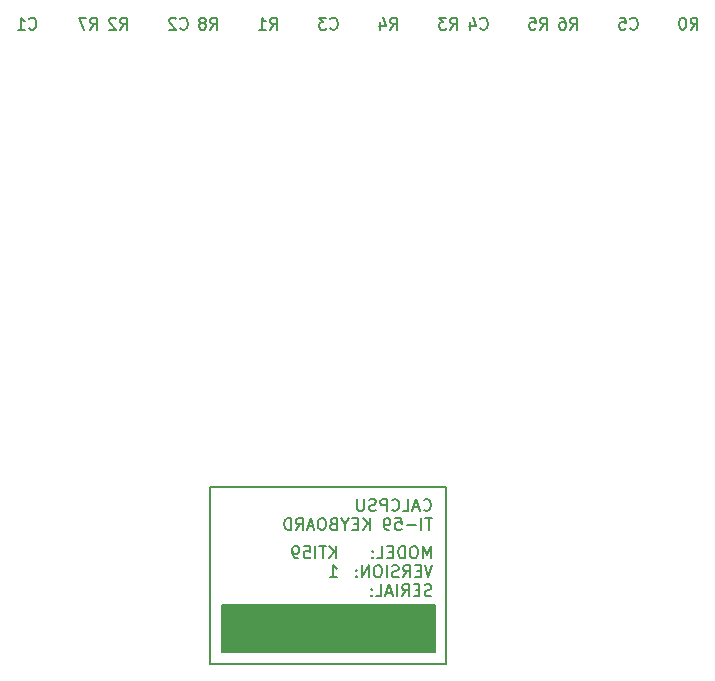
<source format=gbr>
%TF.GenerationSoftware,KiCad,Pcbnew,8.0.4*%
%TF.CreationDate,2024-09-09T09:49:45+10:00*%
%TF.ProjectId,ti59_keyboard,74693539-5f6b-4657-9962-6f6172642e6b,rev?*%
%TF.SameCoordinates,Original*%
%TF.FileFunction,Legend,Bot*%
%TF.FilePolarity,Positive*%
%FSLAX46Y46*%
G04 Gerber Fmt 4.6, Leading zero omitted, Abs format (unit mm)*
G04 Created by KiCad (PCBNEW 8.0.4) date 2024-09-09 09:49:45*
%MOMM*%
%LPD*%
G01*
G04 APERTURE LIST*
%ADD10C,0.150000*%
%ADD11C,0.200000*%
G04 APERTURE END LIST*
D10*
X-10000000Y-43160000D02*
X10000000Y-43160000D01*
X10000000Y-58160000D01*
X-10000000Y-58160000D01*
X-10000000Y-43160000D01*
X-9000000Y-53160000D02*
X9000000Y-53160000D01*
X9000000Y-57160000D01*
X-9000000Y-57160000D01*
X-9000000Y-53160000D01*
G36*
X-9000000Y-53160000D02*
G01*
X9000000Y-53160000D01*
X9000000Y-57160000D01*
X-9000000Y-57160000D01*
X-9000000Y-53160000D01*
G37*
X17946666Y-4454819D02*
X18279999Y-3978628D01*
X18518094Y-4454819D02*
X18518094Y-3454819D01*
X18518094Y-3454819D02*
X18137142Y-3454819D01*
X18137142Y-3454819D02*
X18041904Y-3502438D01*
X18041904Y-3502438D02*
X17994285Y-3550057D01*
X17994285Y-3550057D02*
X17946666Y-3645295D01*
X17946666Y-3645295D02*
X17946666Y-3788152D01*
X17946666Y-3788152D02*
X17994285Y-3883390D01*
X17994285Y-3883390D02*
X18041904Y-3931009D01*
X18041904Y-3931009D02*
X18137142Y-3978628D01*
X18137142Y-3978628D02*
X18518094Y-3978628D01*
X17041904Y-3454819D02*
X17518094Y-3454819D01*
X17518094Y-3454819D02*
X17565713Y-3931009D01*
X17565713Y-3931009D02*
X17518094Y-3883390D01*
X17518094Y-3883390D02*
X17422856Y-3835771D01*
X17422856Y-3835771D02*
X17184761Y-3835771D01*
X17184761Y-3835771D02*
X17089523Y-3883390D01*
X17089523Y-3883390D02*
X17041904Y-3931009D01*
X17041904Y-3931009D02*
X16994285Y-4026247D01*
X16994285Y-4026247D02*
X16994285Y-4264342D01*
X16994285Y-4264342D02*
X17041904Y-4359580D01*
X17041904Y-4359580D02*
X17089523Y-4407200D01*
X17089523Y-4407200D02*
X17184761Y-4454819D01*
X17184761Y-4454819D02*
X17422856Y-4454819D01*
X17422856Y-4454819D02*
X17518094Y-4407200D01*
X17518094Y-4407200D02*
X17565713Y-4359580D01*
X-4933333Y-4454819D02*
X-4600000Y-3978628D01*
X-4361905Y-4454819D02*
X-4361905Y-3454819D01*
X-4361905Y-3454819D02*
X-4742857Y-3454819D01*
X-4742857Y-3454819D02*
X-4838095Y-3502438D01*
X-4838095Y-3502438D02*
X-4885714Y-3550057D01*
X-4885714Y-3550057D02*
X-4933333Y-3645295D01*
X-4933333Y-3645295D02*
X-4933333Y-3788152D01*
X-4933333Y-3788152D02*
X-4885714Y-3883390D01*
X-4885714Y-3883390D02*
X-4838095Y-3931009D01*
X-4838095Y-3931009D02*
X-4742857Y-3978628D01*
X-4742857Y-3978628D02*
X-4361905Y-3978628D01*
X-5885714Y-4454819D02*
X-5314286Y-4454819D01*
X-5600000Y-4454819D02*
X-5600000Y-3454819D01*
X-5600000Y-3454819D02*
X-5504762Y-3597676D01*
X-5504762Y-3597676D02*
X-5409524Y-3692914D01*
X-5409524Y-3692914D02*
X-5314286Y-3740533D01*
X-12533333Y-4359580D02*
X-12485714Y-4407200D01*
X-12485714Y-4407200D02*
X-12342857Y-4454819D01*
X-12342857Y-4454819D02*
X-12247619Y-4454819D01*
X-12247619Y-4454819D02*
X-12104762Y-4407200D01*
X-12104762Y-4407200D02*
X-12009524Y-4311961D01*
X-12009524Y-4311961D02*
X-11961905Y-4216723D01*
X-11961905Y-4216723D02*
X-11914286Y-4026247D01*
X-11914286Y-4026247D02*
X-11914286Y-3883390D01*
X-11914286Y-3883390D02*
X-11961905Y-3692914D01*
X-11961905Y-3692914D02*
X-12009524Y-3597676D01*
X-12009524Y-3597676D02*
X-12104762Y-3502438D01*
X-12104762Y-3502438D02*
X-12247619Y-3454819D01*
X-12247619Y-3454819D02*
X-12342857Y-3454819D01*
X-12342857Y-3454819D02*
X-12485714Y-3502438D01*
X-12485714Y-3502438D02*
X-12533333Y-3550057D01*
X-12914286Y-3550057D02*
X-12961905Y-3502438D01*
X-12961905Y-3502438D02*
X-13057143Y-3454819D01*
X-13057143Y-3454819D02*
X-13295238Y-3454819D01*
X-13295238Y-3454819D02*
X-13390476Y-3502438D01*
X-13390476Y-3502438D02*
X-13438095Y-3550057D01*
X-13438095Y-3550057D02*
X-13485714Y-3645295D01*
X-13485714Y-3645295D02*
X-13485714Y-3740533D01*
X-13485714Y-3740533D02*
X-13438095Y-3883390D01*
X-13438095Y-3883390D02*
X-12866667Y-4454819D01*
X-12866667Y-4454819D02*
X-13485714Y-4454819D01*
X-9993333Y-4454819D02*
X-9660000Y-3978628D01*
X-9421905Y-4454819D02*
X-9421905Y-3454819D01*
X-9421905Y-3454819D02*
X-9802857Y-3454819D01*
X-9802857Y-3454819D02*
X-9898095Y-3502438D01*
X-9898095Y-3502438D02*
X-9945714Y-3550057D01*
X-9945714Y-3550057D02*
X-9993333Y-3645295D01*
X-9993333Y-3645295D02*
X-9993333Y-3788152D01*
X-9993333Y-3788152D02*
X-9945714Y-3883390D01*
X-9945714Y-3883390D02*
X-9898095Y-3931009D01*
X-9898095Y-3931009D02*
X-9802857Y-3978628D01*
X-9802857Y-3978628D02*
X-9421905Y-3978628D01*
X-10564762Y-3883390D02*
X-10469524Y-3835771D01*
X-10469524Y-3835771D02*
X-10421905Y-3788152D01*
X-10421905Y-3788152D02*
X-10374286Y-3692914D01*
X-10374286Y-3692914D02*
X-10374286Y-3645295D01*
X-10374286Y-3645295D02*
X-10421905Y-3550057D01*
X-10421905Y-3550057D02*
X-10469524Y-3502438D01*
X-10469524Y-3502438D02*
X-10564762Y-3454819D01*
X-10564762Y-3454819D02*
X-10755238Y-3454819D01*
X-10755238Y-3454819D02*
X-10850476Y-3502438D01*
X-10850476Y-3502438D02*
X-10898095Y-3550057D01*
X-10898095Y-3550057D02*
X-10945714Y-3645295D01*
X-10945714Y-3645295D02*
X-10945714Y-3692914D01*
X-10945714Y-3692914D02*
X-10898095Y-3788152D01*
X-10898095Y-3788152D02*
X-10850476Y-3835771D01*
X-10850476Y-3835771D02*
X-10755238Y-3883390D01*
X-10755238Y-3883390D02*
X-10564762Y-3883390D01*
X-10564762Y-3883390D02*
X-10469524Y-3931009D01*
X-10469524Y-3931009D02*
X-10421905Y-3978628D01*
X-10421905Y-3978628D02*
X-10374286Y-4073866D01*
X-10374286Y-4073866D02*
X-10374286Y-4264342D01*
X-10374286Y-4264342D02*
X-10421905Y-4359580D01*
X-10421905Y-4359580D02*
X-10469524Y-4407200D01*
X-10469524Y-4407200D02*
X-10564762Y-4454819D01*
X-10564762Y-4454819D02*
X-10755238Y-4454819D01*
X-10755238Y-4454819D02*
X-10850476Y-4407200D01*
X-10850476Y-4407200D02*
X-10898095Y-4359580D01*
X-10898095Y-4359580D02*
X-10945714Y-4264342D01*
X-10945714Y-4264342D02*
X-10945714Y-4073866D01*
X-10945714Y-4073866D02*
X-10898095Y-3978628D01*
X-10898095Y-3978628D02*
X-10850476Y-3931009D01*
X-10850476Y-3931009D02*
X-10755238Y-3883390D01*
D11*
X8058898Y-45101980D02*
X8106517Y-45149600D01*
X8106517Y-45149600D02*
X8249374Y-45197219D01*
X8249374Y-45197219D02*
X8344612Y-45197219D01*
X8344612Y-45197219D02*
X8487469Y-45149600D01*
X8487469Y-45149600D02*
X8582707Y-45054361D01*
X8582707Y-45054361D02*
X8630326Y-44959123D01*
X8630326Y-44959123D02*
X8677945Y-44768647D01*
X8677945Y-44768647D02*
X8677945Y-44625790D01*
X8677945Y-44625790D02*
X8630326Y-44435314D01*
X8630326Y-44435314D02*
X8582707Y-44340076D01*
X8582707Y-44340076D02*
X8487469Y-44244838D01*
X8487469Y-44244838D02*
X8344612Y-44197219D01*
X8344612Y-44197219D02*
X8249374Y-44197219D01*
X8249374Y-44197219D02*
X8106517Y-44244838D01*
X8106517Y-44244838D02*
X8058898Y-44292457D01*
X7677945Y-44911504D02*
X7201755Y-44911504D01*
X7773183Y-45197219D02*
X7439850Y-44197219D01*
X7439850Y-44197219D02*
X7106517Y-45197219D01*
X6296993Y-45197219D02*
X6773183Y-45197219D01*
X6773183Y-45197219D02*
X6773183Y-44197219D01*
X5392231Y-45101980D02*
X5439850Y-45149600D01*
X5439850Y-45149600D02*
X5582707Y-45197219D01*
X5582707Y-45197219D02*
X5677945Y-45197219D01*
X5677945Y-45197219D02*
X5820802Y-45149600D01*
X5820802Y-45149600D02*
X5916040Y-45054361D01*
X5916040Y-45054361D02*
X5963659Y-44959123D01*
X5963659Y-44959123D02*
X6011278Y-44768647D01*
X6011278Y-44768647D02*
X6011278Y-44625790D01*
X6011278Y-44625790D02*
X5963659Y-44435314D01*
X5963659Y-44435314D02*
X5916040Y-44340076D01*
X5916040Y-44340076D02*
X5820802Y-44244838D01*
X5820802Y-44244838D02*
X5677945Y-44197219D01*
X5677945Y-44197219D02*
X5582707Y-44197219D01*
X5582707Y-44197219D02*
X5439850Y-44244838D01*
X5439850Y-44244838D02*
X5392231Y-44292457D01*
X4963659Y-45197219D02*
X4963659Y-44197219D01*
X4963659Y-44197219D02*
X4582707Y-44197219D01*
X4582707Y-44197219D02*
X4487469Y-44244838D01*
X4487469Y-44244838D02*
X4439850Y-44292457D01*
X4439850Y-44292457D02*
X4392231Y-44387695D01*
X4392231Y-44387695D02*
X4392231Y-44530552D01*
X4392231Y-44530552D02*
X4439850Y-44625790D01*
X4439850Y-44625790D02*
X4487469Y-44673409D01*
X4487469Y-44673409D02*
X4582707Y-44721028D01*
X4582707Y-44721028D02*
X4963659Y-44721028D01*
X4011278Y-45149600D02*
X3868421Y-45197219D01*
X3868421Y-45197219D02*
X3630326Y-45197219D01*
X3630326Y-45197219D02*
X3535088Y-45149600D01*
X3535088Y-45149600D02*
X3487469Y-45101980D01*
X3487469Y-45101980D02*
X3439850Y-45006742D01*
X3439850Y-45006742D02*
X3439850Y-44911504D01*
X3439850Y-44911504D02*
X3487469Y-44816266D01*
X3487469Y-44816266D02*
X3535088Y-44768647D01*
X3535088Y-44768647D02*
X3630326Y-44721028D01*
X3630326Y-44721028D02*
X3820802Y-44673409D01*
X3820802Y-44673409D02*
X3916040Y-44625790D01*
X3916040Y-44625790D02*
X3963659Y-44578171D01*
X3963659Y-44578171D02*
X4011278Y-44482933D01*
X4011278Y-44482933D02*
X4011278Y-44387695D01*
X4011278Y-44387695D02*
X3963659Y-44292457D01*
X3963659Y-44292457D02*
X3916040Y-44244838D01*
X3916040Y-44244838D02*
X3820802Y-44197219D01*
X3820802Y-44197219D02*
X3582707Y-44197219D01*
X3582707Y-44197219D02*
X3439850Y-44244838D01*
X3011278Y-44197219D02*
X3011278Y-45006742D01*
X3011278Y-45006742D02*
X2963659Y-45101980D01*
X2963659Y-45101980D02*
X2916040Y-45149600D01*
X2916040Y-45149600D02*
X2820802Y-45197219D01*
X2820802Y-45197219D02*
X2630326Y-45197219D01*
X2630326Y-45197219D02*
X2535088Y-45149600D01*
X2535088Y-45149600D02*
X2487469Y-45101980D01*
X2487469Y-45101980D02*
X2439850Y-45006742D01*
X2439850Y-45006742D02*
X2439850Y-44197219D01*
X8773183Y-45807163D02*
X8201755Y-45807163D01*
X8487469Y-46807163D02*
X8487469Y-45807163D01*
X7868421Y-46807163D02*
X7868421Y-45807163D01*
X7392231Y-46426210D02*
X6630327Y-46426210D01*
X5677946Y-45807163D02*
X6154136Y-45807163D01*
X6154136Y-45807163D02*
X6201755Y-46283353D01*
X6201755Y-46283353D02*
X6154136Y-46235734D01*
X6154136Y-46235734D02*
X6058898Y-46188115D01*
X6058898Y-46188115D02*
X5820803Y-46188115D01*
X5820803Y-46188115D02*
X5725565Y-46235734D01*
X5725565Y-46235734D02*
X5677946Y-46283353D01*
X5677946Y-46283353D02*
X5630327Y-46378591D01*
X5630327Y-46378591D02*
X5630327Y-46616686D01*
X5630327Y-46616686D02*
X5677946Y-46711924D01*
X5677946Y-46711924D02*
X5725565Y-46759544D01*
X5725565Y-46759544D02*
X5820803Y-46807163D01*
X5820803Y-46807163D02*
X6058898Y-46807163D01*
X6058898Y-46807163D02*
X6154136Y-46759544D01*
X6154136Y-46759544D02*
X6201755Y-46711924D01*
X5154136Y-46807163D02*
X4963660Y-46807163D01*
X4963660Y-46807163D02*
X4868422Y-46759544D01*
X4868422Y-46759544D02*
X4820803Y-46711924D01*
X4820803Y-46711924D02*
X4725565Y-46569067D01*
X4725565Y-46569067D02*
X4677946Y-46378591D01*
X4677946Y-46378591D02*
X4677946Y-45997639D01*
X4677946Y-45997639D02*
X4725565Y-45902401D01*
X4725565Y-45902401D02*
X4773184Y-45854782D01*
X4773184Y-45854782D02*
X4868422Y-45807163D01*
X4868422Y-45807163D02*
X5058898Y-45807163D01*
X5058898Y-45807163D02*
X5154136Y-45854782D01*
X5154136Y-45854782D02*
X5201755Y-45902401D01*
X5201755Y-45902401D02*
X5249374Y-45997639D01*
X5249374Y-45997639D02*
X5249374Y-46235734D01*
X5249374Y-46235734D02*
X5201755Y-46330972D01*
X5201755Y-46330972D02*
X5154136Y-46378591D01*
X5154136Y-46378591D02*
X5058898Y-46426210D01*
X5058898Y-46426210D02*
X4868422Y-46426210D01*
X4868422Y-46426210D02*
X4773184Y-46378591D01*
X4773184Y-46378591D02*
X4725565Y-46330972D01*
X4725565Y-46330972D02*
X4677946Y-46235734D01*
X3487469Y-46807163D02*
X3487469Y-45807163D01*
X2916041Y-46807163D02*
X3344612Y-46235734D01*
X2916041Y-45807163D02*
X3487469Y-46378591D01*
X2487469Y-46283353D02*
X2154136Y-46283353D01*
X2011279Y-46807163D02*
X2487469Y-46807163D01*
X2487469Y-46807163D02*
X2487469Y-45807163D01*
X2487469Y-45807163D02*
X2011279Y-45807163D01*
X1392231Y-46330972D02*
X1392231Y-46807163D01*
X1725564Y-45807163D02*
X1392231Y-46330972D01*
X1392231Y-46330972D02*
X1058898Y-45807163D01*
X392231Y-46283353D02*
X249374Y-46330972D01*
X249374Y-46330972D02*
X201755Y-46378591D01*
X201755Y-46378591D02*
X154136Y-46473829D01*
X154136Y-46473829D02*
X154136Y-46616686D01*
X154136Y-46616686D02*
X201755Y-46711924D01*
X201755Y-46711924D02*
X249374Y-46759544D01*
X249374Y-46759544D02*
X344612Y-46807163D01*
X344612Y-46807163D02*
X725564Y-46807163D01*
X725564Y-46807163D02*
X725564Y-45807163D01*
X725564Y-45807163D02*
X392231Y-45807163D01*
X392231Y-45807163D02*
X296993Y-45854782D01*
X296993Y-45854782D02*
X249374Y-45902401D01*
X249374Y-45902401D02*
X201755Y-45997639D01*
X201755Y-45997639D02*
X201755Y-46092877D01*
X201755Y-46092877D02*
X249374Y-46188115D01*
X249374Y-46188115D02*
X296993Y-46235734D01*
X296993Y-46235734D02*
X392231Y-46283353D01*
X392231Y-46283353D02*
X725564Y-46283353D01*
X-464911Y-45807163D02*
X-655387Y-45807163D01*
X-655387Y-45807163D02*
X-750625Y-45854782D01*
X-750625Y-45854782D02*
X-845863Y-45950020D01*
X-845863Y-45950020D02*
X-893482Y-46140496D01*
X-893482Y-46140496D02*
X-893482Y-46473829D01*
X-893482Y-46473829D02*
X-845863Y-46664305D01*
X-845863Y-46664305D02*
X-750625Y-46759544D01*
X-750625Y-46759544D02*
X-655387Y-46807163D01*
X-655387Y-46807163D02*
X-464911Y-46807163D01*
X-464911Y-46807163D02*
X-369673Y-46759544D01*
X-369673Y-46759544D02*
X-274435Y-46664305D01*
X-274435Y-46664305D02*
X-226816Y-46473829D01*
X-226816Y-46473829D02*
X-226816Y-46140496D01*
X-226816Y-46140496D02*
X-274435Y-45950020D01*
X-274435Y-45950020D02*
X-369673Y-45854782D01*
X-369673Y-45854782D02*
X-464911Y-45807163D01*
X-1274435Y-46521448D02*
X-1750625Y-46521448D01*
X-1179197Y-46807163D02*
X-1512530Y-45807163D01*
X-1512530Y-45807163D02*
X-1845863Y-46807163D01*
X-2750625Y-46807163D02*
X-2417292Y-46330972D01*
X-2179197Y-46807163D02*
X-2179197Y-45807163D01*
X-2179197Y-45807163D02*
X-2560149Y-45807163D01*
X-2560149Y-45807163D02*
X-2655387Y-45854782D01*
X-2655387Y-45854782D02*
X-2703006Y-45902401D01*
X-2703006Y-45902401D02*
X-2750625Y-45997639D01*
X-2750625Y-45997639D02*
X-2750625Y-46140496D01*
X-2750625Y-46140496D02*
X-2703006Y-46235734D01*
X-2703006Y-46235734D02*
X-2655387Y-46283353D01*
X-2655387Y-46283353D02*
X-2560149Y-46330972D01*
X-2560149Y-46330972D02*
X-2179197Y-46330972D01*
X-3179197Y-46807163D02*
X-3179197Y-45807163D01*
X-3179197Y-45807163D02*
X-3417292Y-45807163D01*
X-3417292Y-45807163D02*
X-3560149Y-45854782D01*
X-3560149Y-45854782D02*
X-3655387Y-45950020D01*
X-3655387Y-45950020D02*
X-3703006Y-46045258D01*
X-3703006Y-46045258D02*
X-3750625Y-46235734D01*
X-3750625Y-46235734D02*
X-3750625Y-46378591D01*
X-3750625Y-46378591D02*
X-3703006Y-46569067D01*
X-3703006Y-46569067D02*
X-3655387Y-46664305D01*
X-3655387Y-46664305D02*
X-3560149Y-46759544D01*
X-3560149Y-46759544D02*
X-3417292Y-46807163D01*
X-3417292Y-46807163D02*
X-3179197Y-46807163D01*
D10*
X12866666Y-4359580D02*
X12914285Y-4407200D01*
X12914285Y-4407200D02*
X13057142Y-4454819D01*
X13057142Y-4454819D02*
X13152380Y-4454819D01*
X13152380Y-4454819D02*
X13295237Y-4407200D01*
X13295237Y-4407200D02*
X13390475Y-4311961D01*
X13390475Y-4311961D02*
X13438094Y-4216723D01*
X13438094Y-4216723D02*
X13485713Y-4026247D01*
X13485713Y-4026247D02*
X13485713Y-3883390D01*
X13485713Y-3883390D02*
X13438094Y-3692914D01*
X13438094Y-3692914D02*
X13390475Y-3597676D01*
X13390475Y-3597676D02*
X13295237Y-3502438D01*
X13295237Y-3502438D02*
X13152380Y-3454819D01*
X13152380Y-3454819D02*
X13057142Y-3454819D01*
X13057142Y-3454819D02*
X12914285Y-3502438D01*
X12914285Y-3502438D02*
X12866666Y-3550057D01*
X12009523Y-3788152D02*
X12009523Y-4454819D01*
X12247618Y-3407200D02*
X12485713Y-4121485D01*
X12485713Y-4121485D02*
X11866666Y-4121485D01*
X25566666Y-4359580D02*
X25614285Y-4407200D01*
X25614285Y-4407200D02*
X25757142Y-4454819D01*
X25757142Y-4454819D02*
X25852380Y-4454819D01*
X25852380Y-4454819D02*
X25995237Y-4407200D01*
X25995237Y-4407200D02*
X26090475Y-4311961D01*
X26090475Y-4311961D02*
X26138094Y-4216723D01*
X26138094Y-4216723D02*
X26185713Y-4026247D01*
X26185713Y-4026247D02*
X26185713Y-3883390D01*
X26185713Y-3883390D02*
X26138094Y-3692914D01*
X26138094Y-3692914D02*
X26090475Y-3597676D01*
X26090475Y-3597676D02*
X25995237Y-3502438D01*
X25995237Y-3502438D02*
X25852380Y-3454819D01*
X25852380Y-3454819D02*
X25757142Y-3454819D01*
X25757142Y-3454819D02*
X25614285Y-3502438D01*
X25614285Y-3502438D02*
X25566666Y-3550057D01*
X24661904Y-3454819D02*
X25138094Y-3454819D01*
X25138094Y-3454819D02*
X25185713Y-3931009D01*
X25185713Y-3931009D02*
X25138094Y-3883390D01*
X25138094Y-3883390D02*
X25042856Y-3835771D01*
X25042856Y-3835771D02*
X24804761Y-3835771D01*
X24804761Y-3835771D02*
X24709523Y-3883390D01*
X24709523Y-3883390D02*
X24661904Y-3931009D01*
X24661904Y-3931009D02*
X24614285Y-4026247D01*
X24614285Y-4026247D02*
X24614285Y-4264342D01*
X24614285Y-4264342D02*
X24661904Y-4359580D01*
X24661904Y-4359580D02*
X24709523Y-4407200D01*
X24709523Y-4407200D02*
X24804761Y-4454819D01*
X24804761Y-4454819D02*
X25042856Y-4454819D01*
X25042856Y-4454819D02*
X25138094Y-4407200D01*
X25138094Y-4407200D02*
X25185713Y-4359580D01*
X10326666Y-4454819D02*
X10659999Y-3978628D01*
X10898094Y-4454819D02*
X10898094Y-3454819D01*
X10898094Y-3454819D02*
X10517142Y-3454819D01*
X10517142Y-3454819D02*
X10421904Y-3502438D01*
X10421904Y-3502438D02*
X10374285Y-3550057D01*
X10374285Y-3550057D02*
X10326666Y-3645295D01*
X10326666Y-3645295D02*
X10326666Y-3788152D01*
X10326666Y-3788152D02*
X10374285Y-3883390D01*
X10374285Y-3883390D02*
X10421904Y-3931009D01*
X10421904Y-3931009D02*
X10517142Y-3978628D01*
X10517142Y-3978628D02*
X10898094Y-3978628D01*
X9993332Y-3454819D02*
X9374285Y-3454819D01*
X9374285Y-3454819D02*
X9707618Y-3835771D01*
X9707618Y-3835771D02*
X9564761Y-3835771D01*
X9564761Y-3835771D02*
X9469523Y-3883390D01*
X9469523Y-3883390D02*
X9421904Y-3931009D01*
X9421904Y-3931009D02*
X9374285Y-4026247D01*
X9374285Y-4026247D02*
X9374285Y-4264342D01*
X9374285Y-4264342D02*
X9421904Y-4359580D01*
X9421904Y-4359580D02*
X9469523Y-4407200D01*
X9469523Y-4407200D02*
X9564761Y-4454819D01*
X9564761Y-4454819D02*
X9850475Y-4454819D01*
X9850475Y-4454819D02*
X9945713Y-4407200D01*
X9945713Y-4407200D02*
X9993332Y-4359580D01*
X20486666Y-4454819D02*
X20819999Y-3978628D01*
X21058094Y-4454819D02*
X21058094Y-3454819D01*
X21058094Y-3454819D02*
X20677142Y-3454819D01*
X20677142Y-3454819D02*
X20581904Y-3502438D01*
X20581904Y-3502438D02*
X20534285Y-3550057D01*
X20534285Y-3550057D02*
X20486666Y-3645295D01*
X20486666Y-3645295D02*
X20486666Y-3788152D01*
X20486666Y-3788152D02*
X20534285Y-3883390D01*
X20534285Y-3883390D02*
X20581904Y-3931009D01*
X20581904Y-3931009D02*
X20677142Y-3978628D01*
X20677142Y-3978628D02*
X21058094Y-3978628D01*
X19629523Y-3454819D02*
X19819999Y-3454819D01*
X19819999Y-3454819D02*
X19915237Y-3502438D01*
X19915237Y-3502438D02*
X19962856Y-3550057D01*
X19962856Y-3550057D02*
X20058094Y-3692914D01*
X20058094Y-3692914D02*
X20105713Y-3883390D01*
X20105713Y-3883390D02*
X20105713Y-4264342D01*
X20105713Y-4264342D02*
X20058094Y-4359580D01*
X20058094Y-4359580D02*
X20010475Y-4407200D01*
X20010475Y-4407200D02*
X19915237Y-4454819D01*
X19915237Y-4454819D02*
X19724761Y-4454819D01*
X19724761Y-4454819D02*
X19629523Y-4407200D01*
X19629523Y-4407200D02*
X19581904Y-4359580D01*
X19581904Y-4359580D02*
X19534285Y-4264342D01*
X19534285Y-4264342D02*
X19534285Y-4026247D01*
X19534285Y-4026247D02*
X19581904Y-3931009D01*
X19581904Y-3931009D02*
X19629523Y-3883390D01*
X19629523Y-3883390D02*
X19724761Y-3835771D01*
X19724761Y-3835771D02*
X19915237Y-3835771D01*
X19915237Y-3835771D02*
X20010475Y-3883390D01*
X20010475Y-3883390D02*
X20058094Y-3931009D01*
X20058094Y-3931009D02*
X20105713Y-4026247D01*
X-20153333Y-4454819D02*
X-19820000Y-3978628D01*
X-19581905Y-4454819D02*
X-19581905Y-3454819D01*
X-19581905Y-3454819D02*
X-19962857Y-3454819D01*
X-19962857Y-3454819D02*
X-20058095Y-3502438D01*
X-20058095Y-3502438D02*
X-20105714Y-3550057D01*
X-20105714Y-3550057D02*
X-20153333Y-3645295D01*
X-20153333Y-3645295D02*
X-20153333Y-3788152D01*
X-20153333Y-3788152D02*
X-20105714Y-3883390D01*
X-20105714Y-3883390D02*
X-20058095Y-3931009D01*
X-20058095Y-3931009D02*
X-19962857Y-3978628D01*
X-19962857Y-3978628D02*
X-19581905Y-3978628D01*
X-20486667Y-3454819D02*
X-21153333Y-3454819D01*
X-21153333Y-3454819D02*
X-20724762Y-4454819D01*
X-17613333Y-4454819D02*
X-17280000Y-3978628D01*
X-17041905Y-4454819D02*
X-17041905Y-3454819D01*
X-17041905Y-3454819D02*
X-17422857Y-3454819D01*
X-17422857Y-3454819D02*
X-17518095Y-3502438D01*
X-17518095Y-3502438D02*
X-17565714Y-3550057D01*
X-17565714Y-3550057D02*
X-17613333Y-3645295D01*
X-17613333Y-3645295D02*
X-17613333Y-3788152D01*
X-17613333Y-3788152D02*
X-17565714Y-3883390D01*
X-17565714Y-3883390D02*
X-17518095Y-3931009D01*
X-17518095Y-3931009D02*
X-17422857Y-3978628D01*
X-17422857Y-3978628D02*
X-17041905Y-3978628D01*
X-17994286Y-3550057D02*
X-18041905Y-3502438D01*
X-18041905Y-3502438D02*
X-18137143Y-3454819D01*
X-18137143Y-3454819D02*
X-18375238Y-3454819D01*
X-18375238Y-3454819D02*
X-18470476Y-3502438D01*
X-18470476Y-3502438D02*
X-18518095Y-3550057D01*
X-18518095Y-3550057D02*
X-18565714Y-3645295D01*
X-18565714Y-3645295D02*
X-18565714Y-3740533D01*
X-18565714Y-3740533D02*
X-18518095Y-3883390D01*
X-18518095Y-3883390D02*
X-17946667Y-4454819D01*
X-17946667Y-4454819D02*
X-18565714Y-4454819D01*
X166666Y-4359580D02*
X214285Y-4407200D01*
X214285Y-4407200D02*
X357142Y-4454819D01*
X357142Y-4454819D02*
X452380Y-4454819D01*
X452380Y-4454819D02*
X595237Y-4407200D01*
X595237Y-4407200D02*
X690475Y-4311961D01*
X690475Y-4311961D02*
X738094Y-4216723D01*
X738094Y-4216723D02*
X785713Y-4026247D01*
X785713Y-4026247D02*
X785713Y-3883390D01*
X785713Y-3883390D02*
X738094Y-3692914D01*
X738094Y-3692914D02*
X690475Y-3597676D01*
X690475Y-3597676D02*
X595237Y-3502438D01*
X595237Y-3502438D02*
X452380Y-3454819D01*
X452380Y-3454819D02*
X357142Y-3454819D01*
X357142Y-3454819D02*
X214285Y-3502438D01*
X214285Y-3502438D02*
X166666Y-3550057D01*
X-166667Y-3454819D02*
X-785714Y-3454819D01*
X-785714Y-3454819D02*
X-452381Y-3835771D01*
X-452381Y-3835771D02*
X-595238Y-3835771D01*
X-595238Y-3835771D02*
X-690476Y-3883390D01*
X-690476Y-3883390D02*
X-738095Y-3931009D01*
X-738095Y-3931009D02*
X-785714Y-4026247D01*
X-785714Y-4026247D02*
X-785714Y-4264342D01*
X-785714Y-4264342D02*
X-738095Y-4359580D01*
X-738095Y-4359580D02*
X-690476Y-4407200D01*
X-690476Y-4407200D02*
X-595238Y-4454819D01*
X-595238Y-4454819D02*
X-309524Y-4454819D01*
X-309524Y-4454819D02*
X-214286Y-4407200D01*
X-214286Y-4407200D02*
X-166667Y-4359580D01*
X30666666Y-4454819D02*
X30999999Y-3978628D01*
X31238094Y-4454819D02*
X31238094Y-3454819D01*
X31238094Y-3454819D02*
X30857142Y-3454819D01*
X30857142Y-3454819D02*
X30761904Y-3502438D01*
X30761904Y-3502438D02*
X30714285Y-3550057D01*
X30714285Y-3550057D02*
X30666666Y-3645295D01*
X30666666Y-3645295D02*
X30666666Y-3788152D01*
X30666666Y-3788152D02*
X30714285Y-3883390D01*
X30714285Y-3883390D02*
X30761904Y-3931009D01*
X30761904Y-3931009D02*
X30857142Y-3978628D01*
X30857142Y-3978628D02*
X31238094Y-3978628D01*
X30047618Y-3454819D02*
X29952380Y-3454819D01*
X29952380Y-3454819D02*
X29857142Y-3502438D01*
X29857142Y-3502438D02*
X29809523Y-3550057D01*
X29809523Y-3550057D02*
X29761904Y-3645295D01*
X29761904Y-3645295D02*
X29714285Y-3835771D01*
X29714285Y-3835771D02*
X29714285Y-4073866D01*
X29714285Y-4073866D02*
X29761904Y-4264342D01*
X29761904Y-4264342D02*
X29809523Y-4359580D01*
X29809523Y-4359580D02*
X29857142Y-4407200D01*
X29857142Y-4407200D02*
X29952380Y-4454819D01*
X29952380Y-4454819D02*
X30047618Y-4454819D01*
X30047618Y-4454819D02*
X30142856Y-4407200D01*
X30142856Y-4407200D02*
X30190475Y-4359580D01*
X30190475Y-4359580D02*
X30238094Y-4264342D01*
X30238094Y-4264342D02*
X30285713Y-4073866D01*
X30285713Y-4073866D02*
X30285713Y-3835771D01*
X30285713Y-3835771D02*
X30238094Y-3645295D01*
X30238094Y-3645295D02*
X30190475Y-3550057D01*
X30190475Y-3550057D02*
X30142856Y-3502438D01*
X30142856Y-3502438D02*
X30047618Y-3454819D01*
X5246666Y-4454819D02*
X5579999Y-3978628D01*
X5818094Y-4454819D02*
X5818094Y-3454819D01*
X5818094Y-3454819D02*
X5437142Y-3454819D01*
X5437142Y-3454819D02*
X5341904Y-3502438D01*
X5341904Y-3502438D02*
X5294285Y-3550057D01*
X5294285Y-3550057D02*
X5246666Y-3645295D01*
X5246666Y-3645295D02*
X5246666Y-3788152D01*
X5246666Y-3788152D02*
X5294285Y-3883390D01*
X5294285Y-3883390D02*
X5341904Y-3931009D01*
X5341904Y-3931009D02*
X5437142Y-3978628D01*
X5437142Y-3978628D02*
X5818094Y-3978628D01*
X4389523Y-3788152D02*
X4389523Y-4454819D01*
X4627618Y-3407200D02*
X4865713Y-4121485D01*
X4865713Y-4121485D02*
X4246666Y-4121485D01*
X8663220Y-49199819D02*
X8663220Y-48199819D01*
X8663220Y-48199819D02*
X8329887Y-48914104D01*
X8329887Y-48914104D02*
X7996554Y-48199819D01*
X7996554Y-48199819D02*
X7996554Y-49199819D01*
X7329887Y-48199819D02*
X7139411Y-48199819D01*
X7139411Y-48199819D02*
X7044173Y-48247438D01*
X7044173Y-48247438D02*
X6948935Y-48342676D01*
X6948935Y-48342676D02*
X6901316Y-48533152D01*
X6901316Y-48533152D02*
X6901316Y-48866485D01*
X6901316Y-48866485D02*
X6948935Y-49056961D01*
X6948935Y-49056961D02*
X7044173Y-49152200D01*
X7044173Y-49152200D02*
X7139411Y-49199819D01*
X7139411Y-49199819D02*
X7329887Y-49199819D01*
X7329887Y-49199819D02*
X7425125Y-49152200D01*
X7425125Y-49152200D02*
X7520363Y-49056961D01*
X7520363Y-49056961D02*
X7567982Y-48866485D01*
X7567982Y-48866485D02*
X7567982Y-48533152D01*
X7567982Y-48533152D02*
X7520363Y-48342676D01*
X7520363Y-48342676D02*
X7425125Y-48247438D01*
X7425125Y-48247438D02*
X7329887Y-48199819D01*
X6472744Y-49199819D02*
X6472744Y-48199819D01*
X6472744Y-48199819D02*
X6234649Y-48199819D01*
X6234649Y-48199819D02*
X6091792Y-48247438D01*
X6091792Y-48247438D02*
X5996554Y-48342676D01*
X5996554Y-48342676D02*
X5948935Y-48437914D01*
X5948935Y-48437914D02*
X5901316Y-48628390D01*
X5901316Y-48628390D02*
X5901316Y-48771247D01*
X5901316Y-48771247D02*
X5948935Y-48961723D01*
X5948935Y-48961723D02*
X5996554Y-49056961D01*
X5996554Y-49056961D02*
X6091792Y-49152200D01*
X6091792Y-49152200D02*
X6234649Y-49199819D01*
X6234649Y-49199819D02*
X6472744Y-49199819D01*
X5472744Y-48676009D02*
X5139411Y-48676009D01*
X4996554Y-49199819D02*
X5472744Y-49199819D01*
X5472744Y-49199819D02*
X5472744Y-48199819D01*
X5472744Y-48199819D02*
X4996554Y-48199819D01*
X4091792Y-49199819D02*
X4567982Y-49199819D01*
X4567982Y-49199819D02*
X4567982Y-48199819D01*
X3758458Y-49104580D02*
X3710839Y-49152200D01*
X3710839Y-49152200D02*
X3758458Y-49199819D01*
X3758458Y-49199819D02*
X3806077Y-49152200D01*
X3806077Y-49152200D02*
X3758458Y-49104580D01*
X3758458Y-49104580D02*
X3758458Y-49199819D01*
X3758458Y-48580771D02*
X3710839Y-48628390D01*
X3710839Y-48628390D02*
X3758458Y-48676009D01*
X3758458Y-48676009D02*
X3806077Y-48628390D01*
X3806077Y-48628390D02*
X3758458Y-48580771D01*
X3758458Y-48580771D02*
X3758458Y-48676009D01*
X8806077Y-49809763D02*
X8472744Y-50809763D01*
X8472744Y-50809763D02*
X8139411Y-49809763D01*
X7806077Y-50285953D02*
X7472744Y-50285953D01*
X7329887Y-50809763D02*
X7806077Y-50809763D01*
X7806077Y-50809763D02*
X7806077Y-49809763D01*
X7806077Y-49809763D02*
X7329887Y-49809763D01*
X6329887Y-50809763D02*
X6663220Y-50333572D01*
X6901315Y-50809763D02*
X6901315Y-49809763D01*
X6901315Y-49809763D02*
X6520363Y-49809763D01*
X6520363Y-49809763D02*
X6425125Y-49857382D01*
X6425125Y-49857382D02*
X6377506Y-49905001D01*
X6377506Y-49905001D02*
X6329887Y-50000239D01*
X6329887Y-50000239D02*
X6329887Y-50143096D01*
X6329887Y-50143096D02*
X6377506Y-50238334D01*
X6377506Y-50238334D02*
X6425125Y-50285953D01*
X6425125Y-50285953D02*
X6520363Y-50333572D01*
X6520363Y-50333572D02*
X6901315Y-50333572D01*
X5948934Y-50762144D02*
X5806077Y-50809763D01*
X5806077Y-50809763D02*
X5567982Y-50809763D01*
X5567982Y-50809763D02*
X5472744Y-50762144D01*
X5472744Y-50762144D02*
X5425125Y-50714524D01*
X5425125Y-50714524D02*
X5377506Y-50619286D01*
X5377506Y-50619286D02*
X5377506Y-50524048D01*
X5377506Y-50524048D02*
X5425125Y-50428810D01*
X5425125Y-50428810D02*
X5472744Y-50381191D01*
X5472744Y-50381191D02*
X5567982Y-50333572D01*
X5567982Y-50333572D02*
X5758458Y-50285953D01*
X5758458Y-50285953D02*
X5853696Y-50238334D01*
X5853696Y-50238334D02*
X5901315Y-50190715D01*
X5901315Y-50190715D02*
X5948934Y-50095477D01*
X5948934Y-50095477D02*
X5948934Y-50000239D01*
X5948934Y-50000239D02*
X5901315Y-49905001D01*
X5901315Y-49905001D02*
X5853696Y-49857382D01*
X5853696Y-49857382D02*
X5758458Y-49809763D01*
X5758458Y-49809763D02*
X5520363Y-49809763D01*
X5520363Y-49809763D02*
X5377506Y-49857382D01*
X4948934Y-50809763D02*
X4948934Y-49809763D01*
X4282268Y-49809763D02*
X4091792Y-49809763D01*
X4091792Y-49809763D02*
X3996554Y-49857382D01*
X3996554Y-49857382D02*
X3901316Y-49952620D01*
X3901316Y-49952620D02*
X3853697Y-50143096D01*
X3853697Y-50143096D02*
X3853697Y-50476429D01*
X3853697Y-50476429D02*
X3901316Y-50666905D01*
X3901316Y-50666905D02*
X3996554Y-50762144D01*
X3996554Y-50762144D02*
X4091792Y-50809763D01*
X4091792Y-50809763D02*
X4282268Y-50809763D01*
X4282268Y-50809763D02*
X4377506Y-50762144D01*
X4377506Y-50762144D02*
X4472744Y-50666905D01*
X4472744Y-50666905D02*
X4520363Y-50476429D01*
X4520363Y-50476429D02*
X4520363Y-50143096D01*
X4520363Y-50143096D02*
X4472744Y-49952620D01*
X4472744Y-49952620D02*
X4377506Y-49857382D01*
X4377506Y-49857382D02*
X4282268Y-49809763D01*
X3425125Y-50809763D02*
X3425125Y-49809763D01*
X3425125Y-49809763D02*
X2853697Y-50809763D01*
X2853697Y-50809763D02*
X2853697Y-49809763D01*
X2377506Y-50714524D02*
X2329887Y-50762144D01*
X2329887Y-50762144D02*
X2377506Y-50809763D01*
X2377506Y-50809763D02*
X2425125Y-50762144D01*
X2425125Y-50762144D02*
X2377506Y-50714524D01*
X2377506Y-50714524D02*
X2377506Y-50809763D01*
X2377506Y-50190715D02*
X2329887Y-50238334D01*
X2329887Y-50238334D02*
X2377506Y-50285953D01*
X2377506Y-50285953D02*
X2425125Y-50238334D01*
X2425125Y-50238334D02*
X2377506Y-50190715D01*
X2377506Y-50190715D02*
X2377506Y-50285953D01*
X8710839Y-52372088D02*
X8567982Y-52419707D01*
X8567982Y-52419707D02*
X8329887Y-52419707D01*
X8329887Y-52419707D02*
X8234649Y-52372088D01*
X8234649Y-52372088D02*
X8187030Y-52324468D01*
X8187030Y-52324468D02*
X8139411Y-52229230D01*
X8139411Y-52229230D02*
X8139411Y-52133992D01*
X8139411Y-52133992D02*
X8187030Y-52038754D01*
X8187030Y-52038754D02*
X8234649Y-51991135D01*
X8234649Y-51991135D02*
X8329887Y-51943516D01*
X8329887Y-51943516D02*
X8520363Y-51895897D01*
X8520363Y-51895897D02*
X8615601Y-51848278D01*
X8615601Y-51848278D02*
X8663220Y-51800659D01*
X8663220Y-51800659D02*
X8710839Y-51705421D01*
X8710839Y-51705421D02*
X8710839Y-51610183D01*
X8710839Y-51610183D02*
X8663220Y-51514945D01*
X8663220Y-51514945D02*
X8615601Y-51467326D01*
X8615601Y-51467326D02*
X8520363Y-51419707D01*
X8520363Y-51419707D02*
X8282268Y-51419707D01*
X8282268Y-51419707D02*
X8139411Y-51467326D01*
X7710839Y-51895897D02*
X7377506Y-51895897D01*
X7234649Y-52419707D02*
X7710839Y-52419707D01*
X7710839Y-52419707D02*
X7710839Y-51419707D01*
X7710839Y-51419707D02*
X7234649Y-51419707D01*
X6234649Y-52419707D02*
X6567982Y-51943516D01*
X6806077Y-52419707D02*
X6806077Y-51419707D01*
X6806077Y-51419707D02*
X6425125Y-51419707D01*
X6425125Y-51419707D02*
X6329887Y-51467326D01*
X6329887Y-51467326D02*
X6282268Y-51514945D01*
X6282268Y-51514945D02*
X6234649Y-51610183D01*
X6234649Y-51610183D02*
X6234649Y-51753040D01*
X6234649Y-51753040D02*
X6282268Y-51848278D01*
X6282268Y-51848278D02*
X6329887Y-51895897D01*
X6329887Y-51895897D02*
X6425125Y-51943516D01*
X6425125Y-51943516D02*
X6806077Y-51943516D01*
X5806077Y-52419707D02*
X5806077Y-51419707D01*
X5377506Y-52133992D02*
X4901316Y-52133992D01*
X5472744Y-52419707D02*
X5139411Y-51419707D01*
X5139411Y-51419707D02*
X4806078Y-52419707D01*
X3996554Y-52419707D02*
X4472744Y-52419707D01*
X4472744Y-52419707D02*
X4472744Y-51419707D01*
X3663220Y-52324468D02*
X3615601Y-52372088D01*
X3615601Y-52372088D02*
X3663220Y-52419707D01*
X3663220Y-52419707D02*
X3710839Y-52372088D01*
X3710839Y-52372088D02*
X3663220Y-52324468D01*
X3663220Y-52324468D02*
X3663220Y-52419707D01*
X3663220Y-51800659D02*
X3615601Y-51848278D01*
X3615601Y-51848278D02*
X3663220Y-51895897D01*
X3663220Y-51895897D02*
X3710839Y-51848278D01*
X3710839Y-51848278D02*
X3663220Y-51800659D01*
X3663220Y-51800659D02*
X3663220Y-51895897D01*
X-25333333Y-4359580D02*
X-25285714Y-4407200D01*
X-25285714Y-4407200D02*
X-25142857Y-4454819D01*
X-25142857Y-4454819D02*
X-25047619Y-4454819D01*
X-25047619Y-4454819D02*
X-24904762Y-4407200D01*
X-24904762Y-4407200D02*
X-24809524Y-4311961D01*
X-24809524Y-4311961D02*
X-24761905Y-4216723D01*
X-24761905Y-4216723D02*
X-24714286Y-4026247D01*
X-24714286Y-4026247D02*
X-24714286Y-3883390D01*
X-24714286Y-3883390D02*
X-24761905Y-3692914D01*
X-24761905Y-3692914D02*
X-24809524Y-3597676D01*
X-24809524Y-3597676D02*
X-24904762Y-3502438D01*
X-24904762Y-3502438D02*
X-25047619Y-3454819D01*
X-25047619Y-3454819D02*
X-25142857Y-3454819D01*
X-25142857Y-3454819D02*
X-25285714Y-3502438D01*
X-25285714Y-3502438D02*
X-25333333Y-3550057D01*
X-26285714Y-4454819D02*
X-25714286Y-4454819D01*
X-26000000Y-4454819D02*
X-26000000Y-3454819D01*
X-26000000Y-3454819D02*
X-25904762Y-3597676D01*
X-25904762Y-3597676D02*
X-25809524Y-3692914D01*
X-25809524Y-3692914D02*
X-25714286Y-3740533D01*
X663220Y-49199819D02*
X663220Y-48199819D01*
X91792Y-49199819D02*
X520363Y-48628390D01*
X91792Y-48199819D02*
X663220Y-48771247D01*
X-193922Y-48199819D02*
X-765350Y-48199819D01*
X-479636Y-49199819D02*
X-479636Y-48199819D01*
X-1098684Y-49199819D02*
X-1098684Y-48199819D01*
X-2051064Y-48199819D02*
X-1574874Y-48199819D01*
X-1574874Y-48199819D02*
X-1527255Y-48676009D01*
X-1527255Y-48676009D02*
X-1574874Y-48628390D01*
X-1574874Y-48628390D02*
X-1670112Y-48580771D01*
X-1670112Y-48580771D02*
X-1908207Y-48580771D01*
X-1908207Y-48580771D02*
X-2003445Y-48628390D01*
X-2003445Y-48628390D02*
X-2051064Y-48676009D01*
X-2051064Y-48676009D02*
X-2098683Y-48771247D01*
X-2098683Y-48771247D02*
X-2098683Y-49009342D01*
X-2098683Y-49009342D02*
X-2051064Y-49104580D01*
X-2051064Y-49104580D02*
X-2003445Y-49152200D01*
X-2003445Y-49152200D02*
X-1908207Y-49199819D01*
X-1908207Y-49199819D02*
X-1670112Y-49199819D01*
X-1670112Y-49199819D02*
X-1574874Y-49152200D01*
X-1574874Y-49152200D02*
X-1527255Y-49104580D01*
X-2574874Y-49199819D02*
X-2765350Y-49199819D01*
X-2765350Y-49199819D02*
X-2860588Y-49152200D01*
X-2860588Y-49152200D02*
X-2908207Y-49104580D01*
X-2908207Y-49104580D02*
X-3003445Y-48961723D01*
X-3003445Y-48961723D02*
X-3051064Y-48771247D01*
X-3051064Y-48771247D02*
X-3051064Y-48390295D01*
X-3051064Y-48390295D02*
X-3003445Y-48295057D01*
X-3003445Y-48295057D02*
X-2955826Y-48247438D01*
X-2955826Y-48247438D02*
X-2860588Y-48199819D01*
X-2860588Y-48199819D02*
X-2670112Y-48199819D01*
X-2670112Y-48199819D02*
X-2574874Y-48247438D01*
X-2574874Y-48247438D02*
X-2527255Y-48295057D01*
X-2527255Y-48295057D02*
X-2479636Y-48390295D01*
X-2479636Y-48390295D02*
X-2479636Y-48628390D01*
X-2479636Y-48628390D02*
X-2527255Y-48723628D01*
X-2527255Y-48723628D02*
X-2574874Y-48771247D01*
X-2574874Y-48771247D02*
X-2670112Y-48818866D01*
X-2670112Y-48818866D02*
X-2860588Y-48818866D01*
X-2860588Y-48818866D02*
X-2955826Y-48771247D01*
X-2955826Y-48771247D02*
X-3003445Y-48723628D01*
X-3003445Y-48723628D02*
X-3051064Y-48628390D01*
X139411Y-50809763D02*
X710839Y-50809763D01*
X425125Y-50809763D02*
X425125Y-49809763D01*
X425125Y-49809763D02*
X520363Y-49952620D01*
X520363Y-49952620D02*
X615601Y-50047858D01*
X615601Y-50047858D02*
X710839Y-50095477D01*
M02*

</source>
